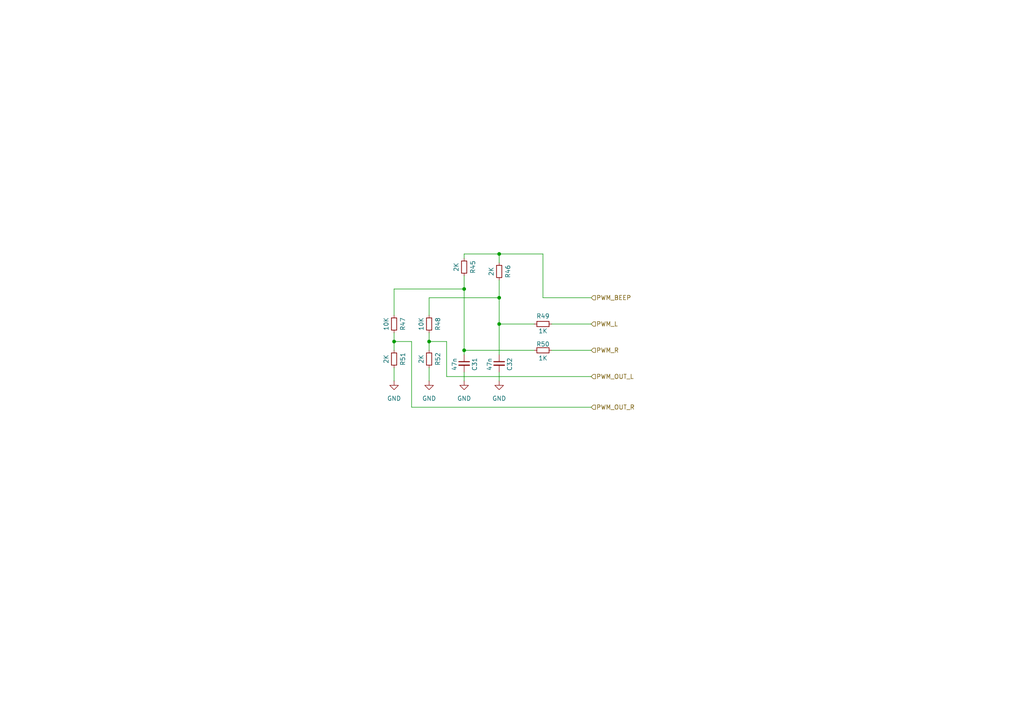
<source format=kicad_sch>
(kicad_sch (version 20250114) (generator "eeschema") (generator_version "9.0")
  (paper "A4")
  (title_block (title "MiniFRANK RM1E") (date "2025-04-15") (rev "${VERSION}") (company "Mikhail Matveev") (comment 1 "https://github.com/xtremespb/frank"))
  (lib_symbols
    (symbol "Device:C_Small" (pin_numbers (hide yes)) (pin_names (offset 0.254) (hide yes))
      (property "Reference" "C" (at 0.254 1.778 0))
      (property "Value" "C_Small" (at 0.254 -2.032 0))
      (symbol "C_Small_0_1"
        (polyline (pts (xy -1.524 0.508) (xy 1.524 0.508)) (stroke (width 0.3048)))
        (polyline (pts (xy -1.524 -0.508) (xy 1.524 -0.508)) (stroke (width 0.3302)))
      )
      (symbol "C_Small_1_1"
        (pin passive line (at 0 2.54 270) (length 2.032) (name "~") (number "1"))
        (pin passive line (at 0 -2.54 90) (length 2.032) (name "~") (number "2"))
      )
    )
    (symbol "Device:R_Small" (pin_numbers (hide yes)) (pin_names (offset 0.254) (hide yes))
      (property "Reference" "R" (at 0.762 0.508 0))
      (property "Value" "R_Small" (at 0.762 -1.016 0))
      (symbol "R_Small_0_1"
        (rectangle (start -0.762 1.778) (end 0.762 -1.778) (stroke (width 0.2032)))
      )
      (symbol "R_Small_1_1"
        (pin passive line (at 0 2.54 270) (length 0.762) (name "~") (number "1"))
        (pin passive line (at 0 -2.54 90) (length 0.762) (name "~") (number "2"))
      )
    )
    (symbol "power:GND" (power) (pin_numbers (hide yes)) (pin_names (offset 0) (hide yes))
      (property "Value" "GND" (at 0 -3.81 0))
      (symbol "GND_0_1"
        (polyline (pts (xy 0 0) (xy 0 -1.27) (xy 1.27 -1.27) (xy 0 -2.54) (xy -1.27 -1.27) (xy 0 -1.27)))
      )
      (symbol "GND_1_1"
        (pin power_in line (at 0 0 270) (length 0) (name "~") (number "1"))
      )
    )
  )
  (junction (at 134.62 101.6))
  (junction (at 144.78 73.66))
  (junction (at 134.62 83.82))
  (junction (at 144.78 86.36))
  (junction (at 124.46 99.06))
  (junction (at 114.3 99.06))
  (junction (at 144.78 93.98))
  (wire (pts (xy 144.78 86.36) (xy 144.78 93.98)))
  (wire (pts (xy 119.38 118.11) (xy 171.45 118.11)))
  (wire (pts (xy 160.02 101.6) (xy 171.45 101.6)))
  (wire (pts (xy 119.38 99.06) (xy 119.38 118.11)))
  (wire (pts (xy 134.62 107.95) (xy 134.62 110.49)))
  (wire (pts (xy 134.62 101.6) (xy 154.94 101.6)))
  (wire (pts (xy 124.46 99.06) (xy 124.46 101.6)))
  (wire (pts (xy 134.62 73.66) (xy 144.78 73.66)))
  (wire (pts (xy 157.48 86.36) (xy 171.45 86.36)))
  (wire (pts (xy 114.3 106.68) (xy 114.3 110.49)))
  (wire (pts (xy 144.78 73.66) (xy 157.48 73.66)))
  (wire (pts (xy 144.78 86.36) (xy 124.46 86.36)))
  (wire (pts (xy 114.3 99.06) (xy 114.3 101.6)))
  (wire (pts (xy 157.48 73.66) (xy 157.48 86.36)))
  (wire (pts (xy 144.78 76.2) (xy 144.78 73.66)))
  (wire (pts (xy 160.02 93.98) (xy 171.45 93.98)))
  (wire (pts (xy 124.46 106.68) (xy 124.46 110.49)))
  (wire (pts (xy 129.54 99.06) (xy 129.54 109.22)))
  (wire (pts (xy 124.46 99.06) (xy 129.54 99.06)))
  (wire (pts (xy 134.62 80.01) (xy 134.62 83.82)))
  (wire (pts (xy 134.62 83.82) (xy 134.62 101.6)))
  (wire (pts (xy 144.78 81.28) (xy 144.78 86.36)))
  (wire (pts (xy 134.62 74.93) (xy 134.62 73.66)))
  (wire (pts (xy 124.46 86.36) (xy 124.46 91.44)))
  (wire (pts (xy 129.54 109.22) (xy 171.45 109.22)))
  (wire (pts (xy 144.78 93.98) (xy 154.94 93.98)))
  (wire (pts (xy 144.78 107.95) (xy 144.78 110.49)))
  (wire (pts (xy 134.62 101.6) (xy 134.62 102.87)))
  (wire (pts (xy 114.3 96.52) (xy 114.3 99.06)))
  (wire (pts (xy 114.3 99.06) (xy 119.38 99.06)))
  (wire (pts (xy 114.3 83.82) (xy 134.62 83.82)))
  (wire (pts (xy 124.46 96.52) (xy 124.46 99.06)))
  (wire (pts (xy 114.3 91.44) (xy 114.3 83.82)))
  (wire (pts (xy 144.78 93.98) (xy 144.78 102.87)))
  (hierarchical_label "PWM_OUT_L" (shape input) (at 171.45 109.22 0))
  (hierarchical_label "PWM_L" (shape input) (at 171.45 93.98 0))
  (hierarchical_label "PWM_BEEP" (shape input) (at 171.45 86.36 0))
  (hierarchical_label "PWM_OUT_R" (shape input) (at 171.45 118.11 0))
  (hierarchical_label "PWM_R" (shape input) (at 171.45 101.6 0))
  (symbol (lib_id "Device:R_Small") (at 157.48 93.98 90) (unit 1)
    (property "Reference" "R49" (at 157.48 91.694 90))
    (property "Value" "1K" (at 157.48 96.012 90))
    (property "Footprint" "FRANK:Resistor (0402)" (effects (hide yes)))
    (property "Datasheet" "https://www.vishay.com/docs/28952/mcs0402at-mct0603at-mcu0805at-mca1206at.pdf" (effects (hide yes)))
    (property "Description" "Resistor, small symbol" (effects (hide yes)))
    (property "AliExpress" "https://www.aliexpress.com/item/1005005945735199.html" (effects (hide yes)))
  )
  (symbol (lib_id "Device:R_Small") (at 157.48 101.6 90) (unit 1)
    (property "Reference" "R50" (at 157.48 99.822 90))
    (property "Value" "1K" (at 157.48 103.886 90))
    (property "Footprint" "FRANK:Resistor (0402)" (effects (hide yes)))
    (property "Datasheet" "https://www.vishay.com/docs/28952/mcs0402at-mct0603at-mcu0805at-mca1206at.pdf" (effects (hide yes)))
    (property "Description" "Resistor, small symbol" (effects (hide yes)))
    (property "AliExpress" "https://www.aliexpress.com/item/1005005945735199.html" (effects (hide yes)))
  )
  (symbol (lib_id "Device:R_Small") (at 144.78 78.74 0) (unit 1)
    (property "Reference" "R46" (at 147.32 78.74 90))
    (property "Value" "2K" (at 142.494 78.74 90))
    (property "Footprint" "FRANK:Resistor (0402)" (effects (hide yes)))
    (property "Datasheet" "https://www.vishay.com/docs/28952/mcs0402at-mct0603at-mcu0805at-mca1206at.pdf" (effects (hide yes)))
    (property "Description" "Resistor, small symbol" (effects (hide yes)))
    (property "AliExpress" "https://www.aliexpress.com/item/1005005945735199.html" (effects (hide yes)))
  )
  (symbol (lib_id "Device:R_Small") (at 134.62 77.47 0) (unit 1)
    (property "Reference" "R45" (at 137.16 77.47 90))
    (property "Value" "2K" (at 132.334 77.47 90))
    (property "Footprint" "FRANK:Resistor (0402)" (effects (hide yes)))
    (property "Datasheet" "https://www.vishay.com/docs/28952/mcs0402at-mct0603at-mcu0805at-mca1206at.pdf" (effects (hide yes)))
    (property "Description" "Resistor, small symbol" (effects (hide yes)))
    (property "AliExpress" "https://www.aliexpress.com/item/1005005945735199.html" (effects (hide yes)))
  )
  (symbol (lib_id "Device:C_Small") (at 134.62 105.41 0) (unit 1)
    (property "Reference" "C31" (at 137.668 105.664 90))
    (property "Value" "47n" (at 131.826 105.664 90))
    (property "Footprint" "FRANK:Capacitor (0402)" (effects (hide yes)))
    (property "Datasheet" "https://eu.mouser.com/datasheet/2/40/KGM_X7R-3223212.pdf" (effects (hide yes)))
    (property "Description" "Unpolarized capacitor, small symbol" (effects (hide yes)))
    (property "AliExpress" "https://www.aliexpress.com/item/33008008276.html" (effects (hide yes)))
  )
  (symbol (lib_id "power:GND") (at 134.62 110.49 0) (unit 1)
    (property "Reference" "#PWR074" (effects (hide yes)))
    (property "Value" "GND" (at 134.62 115.57 0))
    (property "Description" "Power symbol creates a global label with name \"GND\" , ground" (effects (hide yes)))
  )
  (symbol (lib_id "power:GND") (at 114.3 110.49 0) (unit 1)
    (property "Reference" "#PWR072" (effects (hide yes)))
    (property "Value" "GND" (at 114.3 115.57 0))
    (property "Description" "Power symbol creates a global label with name \"GND\" , ground" (effects (hide yes)))
  )
  (symbol (lib_id "Device:R_Small") (at 124.46 93.98 0) (unit 1)
    (property "Reference" "R48" (at 127 93.98 90))
    (property "Value" "10K" (at 122.174 93.98 90))
    (property "Footprint" "FRANK:Resistor (0402)" (effects (hide yes)))
    (property "Datasheet" "https://www.vishay.com/docs/28952/mcs0402at-mct0603at-mcu0805at-mca1206at.pdf" (effects (hide yes)))
    (property "Description" "Resistor, small symbol" (effects (hide yes)))
    (property "AliExpress" "https://www.aliexpress.com/item/1005005945735199.html" (effects (hide yes)))
  )
  (symbol (lib_id "Device:R_Small") (at 124.46 104.14 0) (unit 1)
    (property "Reference" "R52" (at 127 104.14 90))
    (property "Value" "2K" (at 122.174 104.14 90))
    (property "Footprint" "FRANK:Resistor (0402)" (effects (hide yes)))
    (property "Datasheet" "https://www.vishay.com/docs/28952/mcs0402at-mct0603at-mcu0805at-mca1206at.pdf" (effects (hide yes)))
    (property "Description" "Resistor, small symbol" (effects (hide yes)))
    (property "AliExpress" "https://www.aliexpress.com/item/1005005945735199.html" (effects (hide yes)))
  )
  (symbol (lib_id "Device:R_Small") (at 114.3 104.14 0) (unit 1)
    (property "Reference" "R51" (at 116.84 104.14 90))
    (property "Value" "2K" (at 112.014 104.14 90))
    (property "Footprint" "FRANK:Resistor (0402)" (effects (hide yes)))
    (property "Datasheet" "https://www.vishay.com/docs/28952/mcs0402at-mct0603at-mcu0805at-mca1206at.pdf" (effects (hide yes)))
    (property "Description" "Resistor, small symbol" (effects (hide yes)))
    (property "AliExpress" "https://www.aliexpress.com/item/1005005945735199.html" (effects (hide yes)))
  )
  (symbol (lib_id "power:GND") (at 124.46 110.49 0) (unit 1)
    (property "Reference" "#PWR073" (effects (hide yes)))
    (property "Value" "GND" (at 124.46 115.57 0))
    (property "Description" "Power symbol creates a global label with name \"GND\" , ground" (effects (hide yes)))
  )
  (symbol (lib_id "Device:C_Small") (at 144.78 105.41 0) (unit 1)
    (property "Reference" "C32" (at 147.828 105.664 90))
    (property "Value" "47n" (at 141.986 105.664 90))
    (property "Footprint" "FRANK:Capacitor (0402)" (effects (hide yes)))
    (property "Datasheet" "https://eu.mouser.com/datasheet/2/40/KGM_X7R-3223212.pdf" (effects (hide yes)))
    (property "Description" "Unpolarized capacitor, small symbol" (effects (hide yes)))
    (property "AliExpress" "https://www.aliexpress.com/item/33008008276.html" (effects (hide yes)))
  )
  (symbol (lib_id "power:GND") (at 144.78 110.49 0) (unit 1)
    (property "Reference" "#PWR075" (effects (hide yes)))
    (property "Value" "GND" (at 144.78 115.57 0))
    (property "Description" "Power symbol creates a global label with name \"GND\" , ground" (effects (hide yes)))
  )
  (symbol (lib_id "Device:R_Small") (at 114.3 93.98 0) (unit 1)
    (property "Reference" "R47" (at 116.84 93.98 90))
    (property "Value" "10K" (at 112.014 93.98 90))
    (property "Footprint" "FRANK:Resistor (0402)" (effects (hide yes)))
    (property "Datasheet" "https://www.vishay.com/docs/28952/mcs0402at-mct0603at-mcu0805at-mca1206at.pdf" (effects (hide yes)))
    (property "Description" "Resistor, small symbol" (effects (hide yes)))
    (property "AliExpress" "https://www.aliexpress.com/item/1005005945735199.html" (effects (hide yes)))
  )
)
</source>
